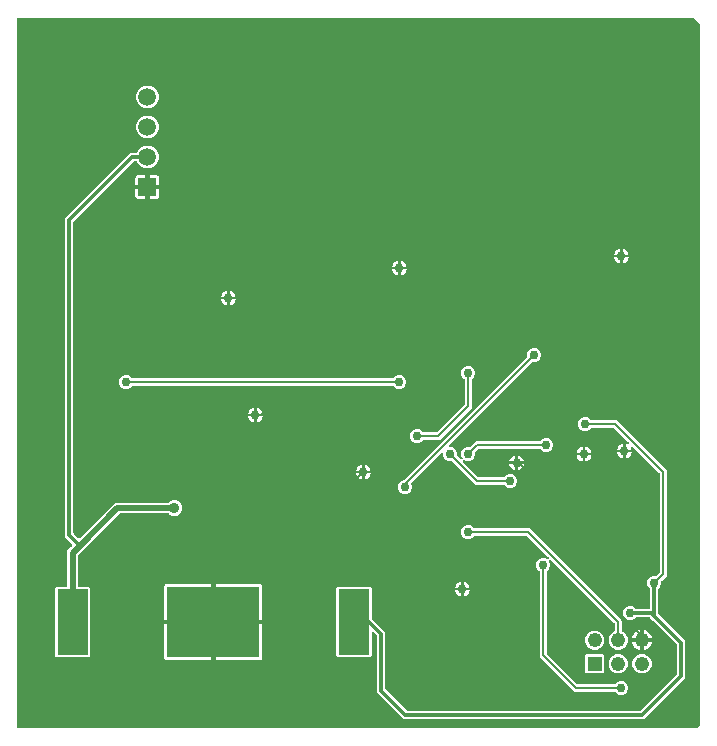
<source format=gbl>
G04 EAGLE Gerber RS-274X export*
G75*
%MOMM*%
%FSLAX34Y34*%
%LPD*%
%INBottom Copper*%
%IPPOS*%
%AMOC8*
5,1,8,0,0,1.08239X$1,22.5*%
G01*
%ADD10R,2.600000X5.560000*%
%ADD11R,7.800000X5.960000*%
%ADD12R,1.219200X1.219200*%
%ADD13C,1.219200*%
%ADD14R,1.508000X1.508000*%
%ADD15C,1.508000*%
%ADD16C,0.754800*%
%ADD17C,0.203200*%
%ADD18C,0.508000*%
%ADD19C,0.904800*%
%ADD20C,0.304800*%

G36*
X561427Y11697D02*
X561427Y11697D01*
X561514Y11700D01*
X561567Y11717D01*
X561622Y11725D01*
X561701Y11760D01*
X561785Y11787D01*
X561824Y11815D01*
X561881Y11841D01*
X561994Y11937D01*
X562058Y11982D01*
X564598Y14522D01*
X564650Y14592D01*
X564710Y14656D01*
X564736Y14705D01*
X564769Y14749D01*
X564800Y14831D01*
X564840Y14909D01*
X564848Y14957D01*
X564870Y15015D01*
X564882Y15163D01*
X564895Y15240D01*
X564895Y607060D01*
X564883Y607147D01*
X564880Y607234D01*
X564863Y607287D01*
X564855Y607342D01*
X564820Y607421D01*
X564793Y607505D01*
X564765Y607544D01*
X564739Y607601D01*
X564643Y607714D01*
X564598Y607778D01*
X559518Y612858D01*
X559448Y612910D01*
X559384Y612970D01*
X559335Y612996D01*
X559291Y613029D01*
X559209Y613060D01*
X559131Y613100D01*
X559084Y613108D01*
X559025Y613130D01*
X558877Y613142D01*
X558800Y613155D01*
X-12700Y613155D01*
X-12758Y613147D01*
X-12816Y613149D01*
X-12898Y613127D01*
X-12982Y613115D01*
X-13035Y613092D01*
X-13091Y613077D01*
X-13164Y613034D01*
X-13241Y612999D01*
X-13286Y612961D01*
X-13336Y612932D01*
X-13394Y612870D01*
X-13458Y612816D01*
X-13490Y612767D01*
X-13530Y612724D01*
X-13569Y612649D01*
X-13616Y612579D01*
X-13633Y612523D01*
X-13660Y612471D01*
X-13671Y612403D01*
X-13701Y612308D01*
X-13704Y612208D01*
X-13715Y612140D01*
X-13715Y12700D01*
X-13707Y12642D01*
X-13709Y12584D01*
X-13687Y12502D01*
X-13675Y12419D01*
X-13652Y12365D01*
X-13637Y12309D01*
X-13594Y12236D01*
X-13559Y12159D01*
X-13521Y12114D01*
X-13492Y12064D01*
X-13430Y12006D01*
X-13376Y11942D01*
X-13327Y11910D01*
X-13284Y11870D01*
X-13209Y11831D01*
X-13139Y11785D01*
X-13083Y11767D01*
X-13031Y11740D01*
X-12963Y11729D01*
X-12868Y11699D01*
X-12768Y11696D01*
X-12700Y11685D01*
X561340Y11685D01*
X561427Y11697D01*
G37*
%LPC*%
G36*
X313487Y19303D02*
X313487Y19303D01*
X291083Y41707D01*
X291083Y89546D01*
X291071Y89633D01*
X291068Y89720D01*
X291051Y89773D01*
X291043Y89828D01*
X291008Y89908D01*
X290981Y89991D01*
X290953Y90030D01*
X290927Y90087D01*
X290831Y90200D01*
X290786Y90264D01*
X288216Y92834D01*
X288192Y92852D01*
X288173Y92874D01*
X288079Y92937D01*
X287989Y93005D01*
X287961Y93015D01*
X287937Y93032D01*
X287829Y93066D01*
X287723Y93106D01*
X287694Y93109D01*
X287666Y93118D01*
X287552Y93120D01*
X287440Y93130D01*
X287411Y93124D01*
X287382Y93125D01*
X287272Y93096D01*
X287161Y93074D01*
X287135Y93060D01*
X287107Y93053D01*
X287009Y92995D01*
X286909Y92943D01*
X286887Y92923D01*
X286862Y92908D01*
X286785Y92825D01*
X286703Y92747D01*
X286688Y92722D01*
X286668Y92700D01*
X286616Y92600D01*
X286559Y92502D01*
X286552Y92473D01*
X286538Y92447D01*
X286525Y92370D01*
X286489Y92226D01*
X286491Y92164D01*
X286483Y92116D01*
X286483Y72958D01*
X285292Y71767D01*
X257608Y71767D01*
X256417Y72958D01*
X256417Y130242D01*
X257608Y131433D01*
X285292Y131433D01*
X286483Y130242D01*
X286483Y105048D01*
X286490Y104996D01*
X286489Y104971D01*
X286495Y104949D01*
X286498Y104874D01*
X286515Y104821D01*
X286523Y104766D01*
X286558Y104687D01*
X286585Y104603D01*
X286613Y104564D01*
X286639Y104507D01*
X286735Y104394D01*
X286780Y104330D01*
X288334Y102776D01*
X298197Y92913D01*
X298197Y45074D01*
X298209Y44987D01*
X298212Y44900D01*
X298229Y44847D01*
X298237Y44792D01*
X298272Y44712D01*
X298299Y44629D01*
X298327Y44590D01*
X298353Y44533D01*
X298449Y44420D01*
X298494Y44356D01*
X316136Y26714D01*
X316206Y26662D01*
X316270Y26602D01*
X316319Y26576D01*
X316363Y26543D01*
X316445Y26512D01*
X316523Y26472D01*
X316570Y26464D01*
X316629Y26442D01*
X316776Y26430D01*
X316854Y26417D01*
X513726Y26417D01*
X513813Y26429D01*
X513900Y26432D01*
X513953Y26449D01*
X514008Y26457D01*
X514088Y26492D01*
X514171Y26519D01*
X514210Y26547D01*
X514267Y26573D01*
X514380Y26669D01*
X514444Y26714D01*
X544786Y57056D01*
X544838Y57126D01*
X544898Y57190D01*
X544924Y57239D01*
X544957Y57283D01*
X544988Y57365D01*
X545028Y57443D01*
X545036Y57490D01*
X545058Y57549D01*
X545070Y57696D01*
X545083Y57774D01*
X545083Y81926D01*
X545071Y82013D01*
X545068Y82100D01*
X545051Y82153D01*
X545043Y82208D01*
X545008Y82288D01*
X544981Y82371D01*
X544953Y82410D01*
X544927Y82467D01*
X544831Y82580D01*
X544786Y82644D01*
X524604Y102826D01*
X522064Y105366D01*
X521994Y105418D01*
X521930Y105478D01*
X521881Y105504D01*
X521837Y105537D01*
X521755Y105568D01*
X521677Y105608D01*
X521630Y105616D01*
X521571Y105638D01*
X521424Y105650D01*
X521346Y105663D01*
X510536Y105663D01*
X510449Y105651D01*
X510362Y105648D01*
X510309Y105631D01*
X510254Y105623D01*
X510174Y105588D01*
X510091Y105561D01*
X510052Y105533D01*
X509995Y105507D01*
X509882Y105411D01*
X509818Y105366D01*
X508749Y104297D01*
X506615Y103413D01*
X504305Y103413D01*
X502171Y104297D01*
X500537Y105931D01*
X499653Y108065D01*
X499653Y110375D01*
X500537Y112509D01*
X502171Y114143D01*
X504305Y115027D01*
X506615Y115027D01*
X508749Y114143D01*
X509818Y113074D01*
X509888Y113022D01*
X509952Y112962D01*
X510001Y112936D01*
X510045Y112903D01*
X510127Y112872D01*
X510205Y112832D01*
X510252Y112824D01*
X510311Y112802D01*
X510458Y112790D01*
X510536Y112777D01*
X521208Y112777D01*
X521266Y112785D01*
X521324Y112783D01*
X521406Y112805D01*
X521490Y112817D01*
X521543Y112840D01*
X521599Y112855D01*
X521672Y112898D01*
X521749Y112933D01*
X521794Y112971D01*
X521844Y113000D01*
X521902Y113062D01*
X521966Y113116D01*
X521998Y113165D01*
X522038Y113208D01*
X522077Y113283D01*
X522124Y113353D01*
X522141Y113409D01*
X522168Y113461D01*
X522179Y113529D01*
X522209Y113624D01*
X522212Y113724D01*
X522223Y113792D01*
X522223Y129544D01*
X522211Y129631D01*
X522208Y129718D01*
X522191Y129771D01*
X522183Y129826D01*
X522148Y129906D01*
X522121Y129989D01*
X522093Y130028D01*
X522067Y130085D01*
X521971Y130198D01*
X521926Y130262D01*
X520857Y131331D01*
X519973Y133465D01*
X519973Y135775D01*
X520857Y137909D01*
X522491Y139543D01*
X524625Y140427D01*
X526855Y140427D01*
X526941Y140439D01*
X527029Y140442D01*
X527081Y140459D01*
X527136Y140467D01*
X527216Y140502D01*
X527299Y140529D01*
X527338Y140557D01*
X527396Y140583D01*
X527509Y140679D01*
X527573Y140724D01*
X530054Y143205D01*
X530106Y143275D01*
X530166Y143339D01*
X530192Y143389D01*
X530225Y143433D01*
X530256Y143514D01*
X530296Y143592D01*
X530304Y143640D01*
X530326Y143698D01*
X530338Y143846D01*
X530351Y143923D01*
X530351Y226917D01*
X530342Y226981D01*
X530343Y227034D01*
X530337Y227058D01*
X530336Y227091D01*
X530319Y227143D01*
X530311Y227198D01*
X530286Y227256D01*
X530272Y227309D01*
X530258Y227332D01*
X530249Y227361D01*
X530221Y227400D01*
X530195Y227458D01*
X530156Y227504D01*
X530126Y227554D01*
X530082Y227595D01*
X530054Y227635D01*
X507930Y249759D01*
X507861Y249811D01*
X507798Y249870D01*
X507748Y249896D01*
X507702Y249930D01*
X507622Y249960D01*
X507546Y250000D01*
X507490Y250011D01*
X507437Y250031D01*
X507351Y250038D01*
X507267Y250055D01*
X507210Y250050D01*
X507153Y250055D01*
X507069Y250038D01*
X506984Y250030D01*
X506930Y250010D01*
X506875Y249999D01*
X506798Y249959D01*
X506718Y249928D01*
X506673Y249894D01*
X506622Y249868D01*
X506560Y249809D01*
X506492Y249757D01*
X506458Y249711D01*
X506416Y249672D01*
X506373Y249598D01*
X506321Y249529D01*
X506301Y249476D01*
X506273Y249427D01*
X506251Y249343D01*
X506221Y249263D01*
X506216Y249206D01*
X506202Y249151D01*
X506205Y249065D01*
X506198Y248980D01*
X506209Y248931D01*
X506211Y248867D01*
X506256Y248729D01*
X506274Y248652D01*
X506452Y248222D01*
X506595Y247504D01*
X501504Y247504D01*
X501504Y252595D01*
X502222Y252452D01*
X502652Y252274D01*
X502736Y252252D01*
X502816Y252222D01*
X502873Y252217D01*
X502928Y252203D01*
X503014Y252205D01*
X503099Y252198D01*
X503155Y252209D01*
X503212Y252211D01*
X503294Y252237D01*
X503378Y252254D01*
X503429Y252280D01*
X503483Y252298D01*
X503554Y252345D01*
X503630Y252385D01*
X503672Y252424D01*
X503719Y252456D01*
X503774Y252522D01*
X503836Y252581D01*
X503865Y252630D01*
X503902Y252673D01*
X503937Y252752D01*
X503980Y252826D01*
X503994Y252881D01*
X504017Y252933D01*
X504029Y253018D01*
X504050Y253102D01*
X504048Y253158D01*
X504056Y253215D01*
X504044Y253300D01*
X504041Y253386D01*
X504024Y253440D01*
X504016Y253496D01*
X503980Y253575D01*
X503954Y253656D01*
X503925Y253696D01*
X503899Y253755D01*
X503804Y253866D01*
X503759Y253930D01*
X491795Y265894D01*
X491725Y265946D01*
X491661Y266006D01*
X491611Y266032D01*
X491567Y266065D01*
X491486Y266096D01*
X491408Y266136D01*
X491360Y266144D01*
X491302Y266166D01*
X491154Y266178D01*
X491077Y266191D01*
X472944Y266191D01*
X472857Y266179D01*
X472770Y266176D01*
X472717Y266159D01*
X472662Y266151D01*
X472582Y266116D01*
X472499Y266089D01*
X472460Y266061D01*
X472403Y266035D01*
X472290Y265939D01*
X472226Y265894D01*
X470649Y264317D01*
X468515Y263433D01*
X466205Y263433D01*
X464071Y264317D01*
X462437Y265951D01*
X461553Y268085D01*
X461553Y270395D01*
X462437Y272529D01*
X464071Y274163D01*
X466205Y275047D01*
X468515Y275047D01*
X470649Y274163D01*
X472226Y272586D01*
X472296Y272534D01*
X472360Y272474D01*
X472409Y272448D01*
X472453Y272415D01*
X472535Y272384D01*
X472613Y272344D01*
X472660Y272336D01*
X472719Y272314D01*
X472866Y272302D01*
X472944Y272289D01*
X494023Y272289D01*
X536449Y229863D01*
X536449Y140977D01*
X531884Y136413D01*
X531832Y136343D01*
X531772Y136279D01*
X531746Y136229D01*
X531713Y136185D01*
X531682Y136104D01*
X531642Y136026D01*
X531634Y135978D01*
X531612Y135920D01*
X531600Y135772D01*
X531587Y135695D01*
X531587Y133465D01*
X530703Y131331D01*
X529634Y130262D01*
X529582Y130192D01*
X529522Y130128D01*
X529496Y130079D01*
X529463Y130035D01*
X529432Y129953D01*
X529392Y129875D01*
X529384Y129828D01*
X529362Y129769D01*
X529350Y129622D01*
X529337Y129544D01*
X529337Y108574D01*
X529349Y108487D01*
X529352Y108400D01*
X529369Y108347D01*
X529377Y108292D01*
X529412Y108212D01*
X529439Y108129D01*
X529467Y108090D01*
X529493Y108033D01*
X529589Y107920D01*
X529634Y107856D01*
X549816Y87674D01*
X552197Y85293D01*
X552197Y54407D01*
X517093Y19303D01*
X313487Y19303D01*
G37*
%LPD*%
%LPC*%
G36*
X19508Y71767D02*
X19508Y71767D01*
X18317Y72958D01*
X18317Y130242D01*
X19508Y131433D01*
X27762Y131433D01*
X27820Y131441D01*
X27878Y131439D01*
X27960Y131461D01*
X28044Y131473D01*
X28097Y131496D01*
X28153Y131511D01*
X28226Y131554D01*
X28303Y131589D01*
X28348Y131627D01*
X28398Y131656D01*
X28456Y131718D01*
X28520Y131772D01*
X28552Y131821D01*
X28592Y131864D01*
X28631Y131939D01*
X28678Y132009D01*
X28695Y132065D01*
X28722Y132117D01*
X28733Y132185D01*
X28763Y132280D01*
X28766Y132380D01*
X28777Y132448D01*
X28777Y162244D01*
X31753Y165220D01*
X32904Y166371D01*
X32939Y166417D01*
X32981Y166458D01*
X33024Y166530D01*
X33075Y166598D01*
X33095Y166652D01*
X33125Y166703D01*
X33146Y166784D01*
X33176Y166863D01*
X33181Y166922D01*
X33195Y166978D01*
X33192Y167063D01*
X33199Y167147D01*
X33188Y167204D01*
X33186Y167262D01*
X33160Y167343D01*
X33144Y167425D01*
X33117Y167477D01*
X33099Y167533D01*
X33058Y167589D01*
X33013Y167678D01*
X32944Y167750D01*
X32904Y167806D01*
X26923Y173787D01*
X26923Y443433D01*
X82347Y498857D01*
X86953Y498857D01*
X86955Y498857D01*
X86957Y498857D01*
X87097Y498877D01*
X87235Y498897D01*
X87236Y498897D01*
X87238Y498897D01*
X87364Y498954D01*
X87494Y499013D01*
X87496Y499014D01*
X87497Y499015D01*
X87604Y499106D01*
X87711Y499196D01*
X87712Y499198D01*
X87713Y499199D01*
X87722Y499212D01*
X87869Y499433D01*
X87878Y499462D01*
X87891Y499483D01*
X88405Y500723D01*
X91097Y503415D01*
X94616Y504873D01*
X98424Y504873D01*
X101943Y503415D01*
X104635Y500723D01*
X106093Y497204D01*
X106093Y493396D01*
X104635Y489877D01*
X101943Y487185D01*
X98424Y485727D01*
X94616Y485727D01*
X91097Y487185D01*
X88405Y489877D01*
X87891Y491117D01*
X87891Y491118D01*
X87890Y491119D01*
X87819Y491240D01*
X87747Y491361D01*
X87746Y491362D01*
X87745Y491364D01*
X87641Y491461D01*
X87540Y491557D01*
X87539Y491557D01*
X87538Y491558D01*
X87412Y491623D01*
X87288Y491687D01*
X87286Y491687D01*
X87285Y491688D01*
X87270Y491690D01*
X87009Y491742D01*
X86978Y491739D01*
X86953Y491743D01*
X85714Y491743D01*
X85627Y491731D01*
X85540Y491728D01*
X85487Y491711D01*
X85432Y491703D01*
X85352Y491668D01*
X85269Y491641D01*
X85230Y491613D01*
X85173Y491587D01*
X85060Y491491D01*
X84996Y491446D01*
X34334Y440784D01*
X34282Y440714D01*
X34222Y440650D01*
X34196Y440601D01*
X34163Y440557D01*
X34132Y440475D01*
X34092Y440397D01*
X34084Y440350D01*
X34062Y440291D01*
X34050Y440144D01*
X34037Y440066D01*
X34037Y177154D01*
X34045Y177098D01*
X34043Y177054D01*
X34050Y177028D01*
X34052Y176980D01*
X34069Y176927D01*
X34077Y176872D01*
X34111Y176796D01*
X34115Y176779D01*
X34118Y176774D01*
X34139Y176709D01*
X34167Y176670D01*
X34193Y176613D01*
X34289Y176500D01*
X34334Y176436D01*
X37934Y172836D01*
X37980Y172801D01*
X38021Y172759D01*
X38094Y172716D01*
X38161Y172665D01*
X38216Y172645D01*
X38266Y172615D01*
X38348Y172594D01*
X38427Y172564D01*
X38485Y172559D01*
X38541Y172545D01*
X38626Y172548D01*
X38710Y172541D01*
X38767Y172552D01*
X38826Y172554D01*
X38906Y172580D01*
X38989Y172596D01*
X39040Y172623D01*
X39096Y172641D01*
X39152Y172682D01*
X39241Y172727D01*
X39313Y172796D01*
X39369Y172836D01*
X66250Y199717D01*
X69226Y202693D01*
X114260Y202693D01*
X114346Y202705D01*
X114434Y202708D01*
X114486Y202725D01*
X114541Y202733D01*
X114621Y202768D01*
X114704Y202795D01*
X114743Y202823D01*
X114800Y202849D01*
X114914Y202945D01*
X114977Y202990D01*
X115666Y203679D01*
X118076Y204677D01*
X120684Y204677D01*
X123094Y203679D01*
X124939Y201834D01*
X125937Y199424D01*
X125937Y196816D01*
X124939Y194406D01*
X123094Y192561D01*
X120684Y191563D01*
X118076Y191563D01*
X115666Y192561D01*
X114977Y193250D01*
X114908Y193302D01*
X114844Y193362D01*
X114794Y193388D01*
X114750Y193421D01*
X114669Y193452D01*
X114591Y193492D01*
X114543Y193500D01*
X114485Y193522D01*
X114337Y193534D01*
X114260Y193547D01*
X73435Y193547D01*
X73348Y193535D01*
X73261Y193532D01*
X73208Y193515D01*
X73153Y193507D01*
X73073Y193472D01*
X72990Y193445D01*
X72951Y193417D01*
X72894Y193391D01*
X72780Y193295D01*
X72717Y193250D01*
X40967Y161500D01*
X38220Y158753D01*
X38168Y158684D01*
X38108Y158620D01*
X38082Y158570D01*
X38049Y158526D01*
X38018Y158444D01*
X37978Y158366D01*
X37970Y158319D01*
X37948Y158260D01*
X37936Y158113D01*
X37923Y158035D01*
X37923Y132448D01*
X37930Y132398D01*
X37929Y132383D01*
X37931Y132379D01*
X37929Y132332D01*
X37951Y132250D01*
X37963Y132166D01*
X37986Y132113D01*
X38001Y132057D01*
X38044Y131984D01*
X38079Y131907D01*
X38117Y131862D01*
X38146Y131812D01*
X38208Y131754D01*
X38262Y131690D01*
X38311Y131658D01*
X38354Y131618D01*
X38429Y131579D01*
X38499Y131532D01*
X38555Y131515D01*
X38607Y131488D01*
X38675Y131477D01*
X38770Y131447D01*
X38870Y131444D01*
X38938Y131433D01*
X47192Y131433D01*
X48383Y130242D01*
X48383Y72958D01*
X47192Y71767D01*
X19508Y71767D01*
G37*
%LPD*%
%LPC*%
G36*
X496685Y39913D02*
X496685Y39913D01*
X494551Y40797D01*
X492974Y42374D01*
X492904Y42426D01*
X492840Y42486D01*
X492791Y42512D01*
X492747Y42545D01*
X492665Y42576D01*
X492587Y42616D01*
X492540Y42624D01*
X492481Y42646D01*
X492334Y42658D01*
X492256Y42671D01*
X458477Y42671D01*
X428751Y72397D01*
X428751Y144276D01*
X428739Y144363D01*
X428736Y144450D01*
X428719Y144503D01*
X428711Y144558D01*
X428676Y144638D01*
X428649Y144721D01*
X428621Y144760D01*
X428595Y144817D01*
X428499Y144930D01*
X428454Y144994D01*
X426877Y146571D01*
X425993Y148705D01*
X425993Y151015D01*
X426877Y153149D01*
X428511Y154783D01*
X430645Y155667D01*
X432955Y155667D01*
X435011Y154815D01*
X435094Y154794D01*
X435175Y154763D01*
X435231Y154758D01*
X435286Y154744D01*
X435372Y154747D01*
X435458Y154739D01*
X435514Y154751D01*
X435571Y154752D01*
X435652Y154778D01*
X435737Y154795D01*
X435787Y154822D01*
X435841Y154839D01*
X435913Y154887D01*
X435989Y154926D01*
X436030Y154965D01*
X436078Y154997D01*
X436133Y155063D01*
X436195Y155122D01*
X436224Y155171D01*
X436260Y155215D01*
X436295Y155293D01*
X436339Y155367D01*
X436353Y155423D01*
X436376Y155475D01*
X436388Y155560D01*
X436409Y155643D01*
X436407Y155700D01*
X436415Y155756D01*
X436403Y155841D01*
X436400Y155927D01*
X436382Y155981D01*
X436374Y156038D01*
X436339Y156116D01*
X436312Y156198D01*
X436284Y156238D01*
X436257Y156297D01*
X436163Y156407D01*
X436118Y156471D01*
X418135Y174454D01*
X418065Y174506D01*
X418001Y174566D01*
X417951Y174592D01*
X417907Y174625D01*
X417826Y174656D01*
X417748Y174696D01*
X417700Y174704D01*
X417642Y174726D01*
X417494Y174738D01*
X417417Y174751D01*
X373884Y174751D01*
X373797Y174739D01*
X373710Y174736D01*
X373657Y174719D01*
X373602Y174711D01*
X373522Y174676D01*
X373439Y174649D01*
X373400Y174621D01*
X373343Y174595D01*
X373230Y174499D01*
X373166Y174454D01*
X371589Y172877D01*
X369455Y171993D01*
X367145Y171993D01*
X365011Y172877D01*
X363377Y174511D01*
X362493Y176645D01*
X362493Y178955D01*
X363377Y181089D01*
X365011Y182723D01*
X367145Y183607D01*
X369455Y183607D01*
X371589Y182723D01*
X373166Y181146D01*
X373236Y181094D01*
X373300Y181034D01*
X373349Y181008D01*
X373393Y180975D01*
X373475Y180944D01*
X373553Y180904D01*
X373600Y180896D01*
X373659Y180874D01*
X373806Y180862D01*
X373884Y180849D01*
X420363Y180849D01*
X498349Y102863D01*
X498349Y94414D01*
X498349Y94412D01*
X498349Y94411D01*
X498369Y94271D01*
X498389Y94133D01*
X498389Y94131D01*
X498389Y94130D01*
X498446Y94004D01*
X498505Y93873D01*
X498506Y93872D01*
X498507Y93870D01*
X498598Y93763D01*
X498688Y93656D01*
X498690Y93655D01*
X498691Y93654D01*
X498704Y93646D01*
X498925Y93499D01*
X498954Y93489D01*
X498975Y93476D01*
X499905Y93091D01*
X502191Y90805D01*
X503429Y87817D01*
X503429Y84583D01*
X502191Y81595D01*
X499905Y79309D01*
X496917Y78071D01*
X493683Y78071D01*
X490695Y79309D01*
X488409Y81595D01*
X487171Y84583D01*
X487171Y87817D01*
X488409Y90805D01*
X490695Y93091D01*
X491625Y93476D01*
X491626Y93477D01*
X491627Y93477D01*
X491748Y93549D01*
X491869Y93621D01*
X491870Y93622D01*
X491872Y93623D01*
X491967Y93724D01*
X492065Y93827D01*
X492065Y93829D01*
X492066Y93830D01*
X492131Y93955D01*
X492195Y94080D01*
X492195Y94082D01*
X492196Y94083D01*
X492198Y94098D01*
X492250Y94359D01*
X492247Y94389D01*
X492251Y94414D01*
X492251Y99917D01*
X492239Y100003D01*
X492236Y100091D01*
X492219Y100143D01*
X492211Y100198D01*
X492176Y100278D01*
X492149Y100361D01*
X492121Y100400D01*
X492095Y100458D01*
X491999Y100571D01*
X491954Y100635D01*
X438411Y154178D01*
X438342Y154229D01*
X438280Y154288D01*
X438229Y154314D01*
X438184Y154348D01*
X438103Y154379D01*
X438027Y154418D01*
X437971Y154429D01*
X437918Y154450D01*
X437832Y154457D01*
X437748Y154473D01*
X437691Y154469D01*
X437635Y154473D01*
X437550Y154456D01*
X437465Y154449D01*
X437412Y154429D01*
X437356Y154417D01*
X437280Y154378D01*
X437200Y154347D01*
X437154Y154313D01*
X437104Y154286D01*
X437041Y154227D01*
X436973Y154175D01*
X436939Y154130D01*
X436898Y154091D01*
X436854Y154016D01*
X436803Y153948D01*
X436783Y153894D01*
X436754Y153845D01*
X436733Y153762D01*
X436702Y153682D01*
X436698Y153625D01*
X436684Y153570D01*
X436686Y153484D01*
X436680Y153398D01*
X436691Y153350D01*
X436693Y153286D01*
X436737Y153148D01*
X436755Y153071D01*
X437607Y151015D01*
X437607Y148705D01*
X436723Y146571D01*
X435146Y144994D01*
X435094Y144924D01*
X435034Y144860D01*
X435008Y144811D01*
X434975Y144767D01*
X434944Y144685D01*
X434904Y144607D01*
X434896Y144560D01*
X434874Y144501D01*
X434862Y144354D01*
X434849Y144276D01*
X434849Y75343D01*
X434861Y75257D01*
X434864Y75169D01*
X434881Y75117D01*
X434889Y75062D01*
X434924Y74982D01*
X434951Y74899D01*
X434979Y74860D01*
X435005Y74802D01*
X435101Y74689D01*
X435146Y74625D01*
X460705Y49066D01*
X460775Y49014D01*
X460839Y48954D01*
X460889Y48928D01*
X460933Y48895D01*
X461014Y48864D01*
X461092Y48824D01*
X461140Y48816D01*
X461198Y48794D01*
X461346Y48782D01*
X461423Y48769D01*
X492256Y48769D01*
X492343Y48781D01*
X492430Y48784D01*
X492483Y48801D01*
X492538Y48809D01*
X492618Y48844D01*
X492701Y48871D01*
X492740Y48899D01*
X492797Y48925D01*
X492910Y49021D01*
X492974Y49066D01*
X494551Y50643D01*
X496685Y51527D01*
X498995Y51527D01*
X501129Y50643D01*
X502763Y49009D01*
X503647Y46875D01*
X503647Y44565D01*
X502763Y42431D01*
X501129Y40797D01*
X498995Y39913D01*
X496685Y39913D01*
G37*
%LPD*%
%LPC*%
G36*
X313805Y210093D02*
X313805Y210093D01*
X311671Y210977D01*
X310037Y212611D01*
X309153Y214745D01*
X309153Y217055D01*
X310037Y219189D01*
X311671Y220823D01*
X313807Y221707D01*
X313833Y221723D01*
X313863Y221733D01*
X313926Y221778D01*
X314051Y221852D01*
X314096Y221899D01*
X314136Y221927D01*
X418076Y325867D01*
X418128Y325937D01*
X418188Y326001D01*
X418214Y326051D01*
X418247Y326095D01*
X418278Y326176D01*
X418318Y326254D01*
X418326Y326302D01*
X418348Y326360D01*
X418360Y326508D01*
X418373Y326585D01*
X418373Y328815D01*
X419257Y330949D01*
X420891Y332583D01*
X423025Y333467D01*
X425335Y333467D01*
X427469Y332583D01*
X429103Y330949D01*
X429987Y328815D01*
X429987Y326505D01*
X429103Y324371D01*
X427469Y322737D01*
X425335Y321853D01*
X423105Y321853D01*
X423019Y321841D01*
X422931Y321838D01*
X422879Y321821D01*
X422824Y321813D01*
X422744Y321778D01*
X422661Y321751D01*
X422622Y321723D01*
X422564Y321697D01*
X422451Y321601D01*
X422387Y321556D01*
X352211Y251380D01*
X352194Y251356D01*
X352171Y251337D01*
X352108Y251243D01*
X352041Y251153D01*
X352030Y251125D01*
X352014Y251101D01*
X351980Y250993D01*
X351939Y250887D01*
X351937Y250858D01*
X351928Y250830D01*
X351925Y250716D01*
X351916Y250604D01*
X351921Y250575D01*
X351921Y250546D01*
X351949Y250436D01*
X351972Y250325D01*
X351985Y250299D01*
X351993Y250271D01*
X352050Y250173D01*
X352103Y250073D01*
X352123Y250051D01*
X352138Y250026D01*
X352220Y249949D01*
X352298Y249867D01*
X352324Y249852D01*
X352345Y249832D01*
X352446Y249780D01*
X352544Y249723D01*
X352572Y249716D01*
X352598Y249702D01*
X352676Y249689D01*
X352819Y249653D01*
X352882Y249655D01*
X352929Y249647D01*
X354215Y249647D01*
X356349Y248763D01*
X357983Y247129D01*
X358867Y244995D01*
X358867Y242765D01*
X358879Y242679D01*
X358882Y242591D01*
X358899Y242539D01*
X358907Y242484D01*
X358942Y242404D01*
X358969Y242321D01*
X358997Y242282D01*
X359023Y242224D01*
X359119Y242111D01*
X359164Y242047D01*
X361689Y239522D01*
X361758Y239471D01*
X361820Y239412D01*
X361871Y239386D01*
X361916Y239352D01*
X361997Y239321D01*
X362073Y239282D01*
X362129Y239271D01*
X362182Y239250D01*
X362268Y239243D01*
X362352Y239227D01*
X362409Y239232D01*
X362465Y239227D01*
X362549Y239244D01*
X362635Y239251D01*
X362688Y239271D01*
X362744Y239283D01*
X362820Y239322D01*
X362900Y239353D01*
X362946Y239387D01*
X362996Y239414D01*
X363059Y239473D01*
X363127Y239525D01*
X363161Y239570D01*
X363202Y239609D01*
X363246Y239684D01*
X363297Y239752D01*
X363317Y239806D01*
X363346Y239855D01*
X363367Y239938D01*
X363398Y240018D01*
X363402Y240075D01*
X363416Y240130D01*
X363414Y240216D01*
X363420Y240302D01*
X363409Y240350D01*
X363407Y240414D01*
X363363Y240552D01*
X363345Y240629D01*
X362493Y242685D01*
X362493Y244995D01*
X363377Y247129D01*
X365011Y248763D01*
X367145Y249647D01*
X369375Y249647D01*
X369461Y249659D01*
X369549Y249662D01*
X369601Y249679D01*
X369656Y249687D01*
X369736Y249722D01*
X369819Y249749D01*
X369858Y249777D01*
X369916Y249803D01*
X370029Y249899D01*
X370093Y249944D01*
X374657Y254509D01*
X428756Y254509D01*
X428843Y254521D01*
X428930Y254524D01*
X428983Y254541D01*
X429038Y254549D01*
X429118Y254584D01*
X429201Y254611D01*
X429240Y254639D01*
X429297Y254665D01*
X429410Y254761D01*
X429474Y254806D01*
X431051Y256383D01*
X433185Y257267D01*
X435495Y257267D01*
X437629Y256383D01*
X439263Y254749D01*
X440147Y252615D01*
X440147Y250305D01*
X439263Y248171D01*
X437629Y246537D01*
X435495Y245653D01*
X433185Y245653D01*
X431051Y246537D01*
X429474Y248114D01*
X429404Y248166D01*
X429340Y248226D01*
X429291Y248252D01*
X429247Y248285D01*
X429165Y248316D01*
X429087Y248356D01*
X429040Y248364D01*
X428981Y248386D01*
X428834Y248398D01*
X428756Y248411D01*
X377603Y248411D01*
X377517Y248399D01*
X377429Y248396D01*
X377377Y248379D01*
X377322Y248371D01*
X377242Y248336D01*
X377159Y248309D01*
X377120Y248281D01*
X377062Y248255D01*
X376949Y248159D01*
X376885Y248114D01*
X374404Y245633D01*
X374352Y245563D01*
X374292Y245499D01*
X374266Y245449D01*
X374233Y245405D01*
X374202Y245324D01*
X374162Y245246D01*
X374154Y245198D01*
X374132Y245140D01*
X374120Y244992D01*
X374107Y244915D01*
X374107Y242685D01*
X373223Y240551D01*
X371589Y238917D01*
X369455Y238033D01*
X367145Y238033D01*
X365089Y238885D01*
X365006Y238906D01*
X364925Y238937D01*
X364869Y238942D01*
X364814Y238956D01*
X364728Y238953D01*
X364642Y238961D01*
X364586Y238949D01*
X364529Y238948D01*
X364448Y238922D01*
X364363Y238905D01*
X364313Y238878D01*
X364259Y238861D01*
X364187Y238813D01*
X364111Y238774D01*
X364070Y238734D01*
X364023Y238703D01*
X363967Y238637D01*
X363905Y238578D01*
X363876Y238529D01*
X363840Y238485D01*
X363805Y238407D01*
X363761Y238333D01*
X363747Y238277D01*
X363724Y238225D01*
X363712Y238140D01*
X363691Y238057D01*
X363693Y238000D01*
X363685Y237944D01*
X363697Y237859D01*
X363700Y237773D01*
X363718Y237719D01*
X363726Y237662D01*
X363761Y237584D01*
X363788Y237502D01*
X363816Y237462D01*
X363843Y237403D01*
X363937Y237293D01*
X363982Y237229D01*
X376885Y224326D01*
X376955Y224274D01*
X377019Y224214D01*
X377069Y224188D01*
X377113Y224155D01*
X377194Y224124D01*
X377272Y224084D01*
X377320Y224076D01*
X377378Y224054D01*
X377526Y224042D01*
X377603Y224029D01*
X398276Y224029D01*
X398363Y224041D01*
X398450Y224044D01*
X398503Y224061D01*
X398558Y224069D01*
X398638Y224104D01*
X398721Y224131D01*
X398760Y224159D01*
X398817Y224185D01*
X398930Y224281D01*
X398994Y224326D01*
X400571Y225903D01*
X402705Y226787D01*
X405015Y226787D01*
X407149Y225903D01*
X408783Y224269D01*
X409667Y222135D01*
X409667Y219825D01*
X408783Y217691D01*
X407149Y216057D01*
X405015Y215173D01*
X402705Y215173D01*
X400571Y216057D01*
X398994Y217634D01*
X398924Y217686D01*
X398860Y217746D01*
X398811Y217772D01*
X398767Y217805D01*
X398685Y217836D01*
X398607Y217876D01*
X398560Y217884D01*
X398501Y217906D01*
X398354Y217918D01*
X398276Y217931D01*
X374657Y217931D01*
X354853Y237736D01*
X354783Y237788D01*
X354719Y237848D01*
X354669Y237874D01*
X354625Y237907D01*
X354544Y237938D01*
X354466Y237978D01*
X354418Y237986D01*
X354360Y238008D01*
X354212Y238020D01*
X354135Y238033D01*
X351905Y238033D01*
X349771Y238917D01*
X348137Y240551D01*
X347253Y242685D01*
X347253Y243971D01*
X347249Y244000D01*
X347252Y244029D01*
X347229Y244140D01*
X347213Y244252D01*
X347201Y244279D01*
X347196Y244308D01*
X347144Y244408D01*
X347097Y244512D01*
X347078Y244534D01*
X347065Y244560D01*
X346987Y244642D01*
X346914Y244729D01*
X346889Y244745D01*
X346869Y244766D01*
X346771Y244823D01*
X346677Y244886D01*
X346649Y244895D01*
X346624Y244910D01*
X346514Y244938D01*
X346406Y244972D01*
X346376Y244973D01*
X346348Y244980D01*
X346235Y244976D01*
X346122Y244979D01*
X346093Y244972D01*
X346064Y244971D01*
X345956Y244936D01*
X345847Y244907D01*
X345821Y244892D01*
X345793Y244883D01*
X345730Y244838D01*
X345602Y244762D01*
X345559Y244717D01*
X345520Y244689D01*
X320403Y219571D01*
X320402Y219570D01*
X320401Y219569D01*
X320312Y219451D01*
X320232Y219344D01*
X320231Y219343D01*
X320230Y219341D01*
X320180Y219208D01*
X320131Y219078D01*
X320131Y219077D01*
X320130Y219075D01*
X320119Y218936D01*
X320107Y218795D01*
X320107Y218794D01*
X320107Y218792D01*
X320111Y218777D01*
X320163Y218516D01*
X320177Y218489D01*
X320183Y218465D01*
X320767Y217055D01*
X320767Y214745D01*
X319883Y212611D01*
X318249Y210977D01*
X316115Y210093D01*
X313805Y210093D01*
G37*
%LPD*%
%LPC*%
G36*
X77585Y298993D02*
X77585Y298993D01*
X75451Y299877D01*
X73817Y301511D01*
X72933Y303645D01*
X72933Y305955D01*
X73817Y308089D01*
X75451Y309723D01*
X77585Y310607D01*
X79895Y310607D01*
X82029Y309723D01*
X83606Y308146D01*
X83676Y308094D01*
X83740Y308034D01*
X83789Y308008D01*
X83833Y307975D01*
X83915Y307944D01*
X83993Y307904D01*
X84040Y307896D01*
X84099Y307874D01*
X84246Y307862D01*
X84324Y307849D01*
X304296Y307849D01*
X304383Y307861D01*
X304470Y307864D01*
X304523Y307881D01*
X304578Y307889D01*
X304658Y307924D01*
X304741Y307951D01*
X304780Y307979D01*
X304837Y308005D01*
X304950Y308101D01*
X305014Y308146D01*
X306591Y309723D01*
X308725Y310607D01*
X311035Y310607D01*
X313169Y309723D01*
X314803Y308089D01*
X315687Y305955D01*
X315687Y303645D01*
X314803Y301511D01*
X313169Y299877D01*
X311035Y298993D01*
X308725Y298993D01*
X306591Y299877D01*
X305014Y301454D01*
X304944Y301506D01*
X304880Y301566D01*
X304831Y301592D01*
X304787Y301625D01*
X304705Y301656D01*
X304627Y301696D01*
X304580Y301704D01*
X304521Y301726D01*
X304374Y301738D01*
X304296Y301751D01*
X84324Y301751D01*
X84237Y301739D01*
X84150Y301736D01*
X84097Y301719D01*
X84042Y301711D01*
X83962Y301676D01*
X83879Y301649D01*
X83840Y301621D01*
X83783Y301595D01*
X83670Y301499D01*
X83606Y301454D01*
X82029Y299877D01*
X79895Y298993D01*
X77585Y298993D01*
G37*
%LPD*%
%LPC*%
G36*
X154431Y103631D02*
X154431Y103631D01*
X154431Y133941D01*
X191734Y133941D01*
X192381Y133768D01*
X192960Y133433D01*
X193433Y132960D01*
X193768Y132381D01*
X193941Y131734D01*
X193941Y103631D01*
X154431Y103631D01*
G37*
%LPD*%
%LPC*%
G36*
X110859Y103631D02*
X110859Y103631D01*
X110859Y131734D01*
X111032Y132381D01*
X111367Y132960D01*
X111840Y133433D01*
X112419Y133768D01*
X113066Y133941D01*
X150369Y133941D01*
X150369Y103631D01*
X110859Y103631D01*
G37*
%LPD*%
%LPC*%
G36*
X113066Y69259D02*
X113066Y69259D01*
X112419Y69432D01*
X111840Y69767D01*
X111367Y70240D01*
X111032Y70819D01*
X110859Y71466D01*
X110859Y99569D01*
X150369Y99569D01*
X150369Y69259D01*
X113066Y69259D01*
G37*
%LPD*%
%LPC*%
G36*
X154431Y69259D02*
X154431Y69259D01*
X154431Y99569D01*
X193941Y99569D01*
X193941Y71466D01*
X193768Y70819D01*
X193433Y70240D01*
X192960Y69767D01*
X192381Y69432D01*
X191734Y69259D01*
X154431Y69259D01*
G37*
%LPD*%
%LPC*%
G36*
X323965Y253273D02*
X323965Y253273D01*
X321831Y254157D01*
X320197Y255791D01*
X319313Y257925D01*
X319313Y260235D01*
X320197Y262369D01*
X321831Y264003D01*
X323965Y264887D01*
X326275Y264887D01*
X328409Y264003D01*
X329986Y262426D01*
X330056Y262374D01*
X330120Y262314D01*
X330169Y262288D01*
X330213Y262255D01*
X330295Y262224D01*
X330373Y262184D01*
X330420Y262176D01*
X330479Y262154D01*
X330626Y262142D01*
X330704Y262129D01*
X341217Y262129D01*
X341303Y262141D01*
X341391Y262144D01*
X341443Y262161D01*
X341498Y262169D01*
X341578Y262204D01*
X341661Y262231D01*
X341700Y262259D01*
X341758Y262285D01*
X341871Y262381D01*
X341935Y262426D01*
X364954Y285445D01*
X365006Y285515D01*
X365066Y285579D01*
X365092Y285629D01*
X365125Y285673D01*
X365156Y285754D01*
X365196Y285832D01*
X365204Y285880D01*
X365226Y285938D01*
X365238Y286086D01*
X365251Y286163D01*
X365251Y306836D01*
X365239Y306923D01*
X365236Y307010D01*
X365219Y307063D01*
X365211Y307118D01*
X365176Y307198D01*
X365149Y307281D01*
X365121Y307320D01*
X365095Y307377D01*
X364999Y307490D01*
X364954Y307554D01*
X363377Y309131D01*
X362493Y311265D01*
X362493Y313575D01*
X363377Y315709D01*
X365011Y317343D01*
X367145Y318227D01*
X369455Y318227D01*
X371589Y317343D01*
X373223Y315709D01*
X374107Y313575D01*
X374107Y311265D01*
X373223Y309131D01*
X371646Y307554D01*
X371594Y307484D01*
X371534Y307420D01*
X371508Y307371D01*
X371475Y307327D01*
X371444Y307245D01*
X371404Y307167D01*
X371396Y307120D01*
X371374Y307061D01*
X371362Y306914D01*
X371349Y306836D01*
X371349Y283217D01*
X344163Y256031D01*
X330704Y256031D01*
X330617Y256019D01*
X330530Y256016D01*
X330477Y255999D01*
X330422Y255991D01*
X330342Y255956D01*
X330259Y255929D01*
X330220Y255901D01*
X330163Y255875D01*
X330050Y255779D01*
X329986Y255734D01*
X328409Y254157D01*
X326275Y253273D01*
X323965Y253273D01*
G37*
%LPD*%
%LPC*%
G36*
X94616Y536527D02*
X94616Y536527D01*
X91097Y537985D01*
X88405Y540677D01*
X86947Y544196D01*
X86947Y548004D01*
X88405Y551523D01*
X91097Y554215D01*
X94616Y555673D01*
X98424Y555673D01*
X101943Y554215D01*
X104635Y551523D01*
X106093Y548004D01*
X106093Y544196D01*
X104635Y540677D01*
X101943Y537985D01*
X98424Y536527D01*
X94616Y536527D01*
G37*
%LPD*%
%LPC*%
G36*
X94616Y511127D02*
X94616Y511127D01*
X91097Y512585D01*
X88405Y515277D01*
X86947Y518796D01*
X86947Y522604D01*
X88405Y526123D01*
X91097Y528815D01*
X94616Y530273D01*
X98424Y530273D01*
X101943Y528815D01*
X104635Y526123D01*
X106093Y522604D01*
X106093Y518796D01*
X104635Y515277D01*
X101943Y512585D01*
X98424Y511127D01*
X94616Y511127D01*
G37*
%LPD*%
%LPC*%
G36*
X468362Y58071D02*
X468362Y58071D01*
X467171Y59262D01*
X467171Y73138D01*
X468362Y74329D01*
X482238Y74329D01*
X483429Y73138D01*
X483429Y59262D01*
X482238Y58071D01*
X468362Y58071D01*
G37*
%LPD*%
%LPC*%
G36*
X493683Y58071D02*
X493683Y58071D01*
X490695Y59309D01*
X488409Y61595D01*
X487171Y64583D01*
X487171Y67817D01*
X488409Y70805D01*
X490695Y73091D01*
X493683Y74329D01*
X496917Y74329D01*
X499905Y73091D01*
X502191Y70805D01*
X503429Y67817D01*
X503429Y64583D01*
X502191Y61595D01*
X499905Y59309D01*
X496917Y58071D01*
X493683Y58071D01*
G37*
%LPD*%
%LPC*%
G36*
X513683Y58071D02*
X513683Y58071D01*
X510695Y59309D01*
X508409Y61595D01*
X507171Y64583D01*
X507171Y67817D01*
X508409Y70805D01*
X510695Y73091D01*
X513683Y74329D01*
X516917Y74329D01*
X519905Y73091D01*
X522191Y70805D01*
X523429Y67817D01*
X523429Y64583D01*
X522191Y61595D01*
X519905Y59309D01*
X516917Y58071D01*
X513683Y58071D01*
G37*
%LPD*%
%LPC*%
G36*
X473683Y78071D02*
X473683Y78071D01*
X470695Y79309D01*
X468409Y81595D01*
X467171Y84583D01*
X467171Y87817D01*
X468409Y90805D01*
X470695Y93091D01*
X473683Y94329D01*
X476917Y94329D01*
X479905Y93091D01*
X482191Y90805D01*
X483429Y87817D01*
X483429Y84583D01*
X482191Y81595D01*
X479905Y79309D01*
X476917Y78071D01*
X473683Y78071D01*
G37*
%LPD*%
%LPC*%
G36*
X98551Y471931D02*
X98551Y471931D01*
X98551Y479981D01*
X104394Y479981D01*
X105041Y479808D01*
X105620Y479473D01*
X106093Y479000D01*
X106428Y478421D01*
X106601Y477774D01*
X106601Y471931D01*
X98551Y471931D01*
G37*
%LPD*%
%LPC*%
G36*
X86439Y471931D02*
X86439Y471931D01*
X86439Y477774D01*
X86612Y478421D01*
X86947Y479000D01*
X87420Y479473D01*
X87999Y479808D01*
X88646Y479981D01*
X94489Y479981D01*
X94489Y471931D01*
X86439Y471931D01*
G37*
%LPD*%
%LPC*%
G36*
X98551Y459819D02*
X98551Y459819D01*
X98551Y467869D01*
X106601Y467869D01*
X106601Y462026D01*
X106428Y461379D01*
X106093Y460800D01*
X105620Y460327D01*
X105041Y459992D01*
X104394Y459819D01*
X98551Y459819D01*
G37*
%LPD*%
%LPC*%
G36*
X88646Y459819D02*
X88646Y459819D01*
X87999Y459992D01*
X87420Y460327D01*
X86947Y460800D01*
X86612Y461379D01*
X86439Y462026D01*
X86439Y467869D01*
X94489Y467869D01*
X94489Y459819D01*
X88646Y459819D01*
G37*
%LPD*%
%LPC*%
G36*
X517077Y87977D02*
X517077Y87977D01*
X517077Y94652D01*
X517819Y94505D01*
X519391Y93854D01*
X520806Y92909D01*
X522009Y91706D01*
X522954Y90291D01*
X523605Y88719D01*
X523752Y87977D01*
X517077Y87977D01*
G37*
%LPD*%
%LPC*%
G36*
X506848Y87977D02*
X506848Y87977D01*
X506995Y88719D01*
X507646Y90291D01*
X508591Y91706D01*
X509794Y92909D01*
X511209Y93854D01*
X512781Y94505D01*
X513523Y94652D01*
X513523Y87977D01*
X506848Y87977D01*
G37*
%LPD*%
%LPC*%
G36*
X517077Y84423D02*
X517077Y84423D01*
X523752Y84423D01*
X523605Y83681D01*
X522954Y82109D01*
X522009Y80694D01*
X520806Y79491D01*
X519391Y78546D01*
X517819Y77895D01*
X517077Y77748D01*
X517077Y84423D01*
G37*
%LPD*%
%LPC*%
G36*
X512781Y77895D02*
X512781Y77895D01*
X511209Y78546D01*
X509794Y79491D01*
X508591Y80694D01*
X507646Y82109D01*
X506995Y83681D01*
X506848Y84423D01*
X513523Y84423D01*
X513523Y77748D01*
X512781Y77895D01*
G37*
%LPD*%
%LPC*%
G36*
X166224Y377044D02*
X166224Y377044D01*
X166224Y382135D01*
X166942Y381992D01*
X168091Y381516D01*
X169126Y380825D01*
X170005Y379946D01*
X170696Y378911D01*
X171172Y377762D01*
X171315Y377044D01*
X166224Y377044D01*
G37*
%LPD*%
%LPC*%
G36*
X498964Y412604D02*
X498964Y412604D01*
X498964Y417695D01*
X499682Y417552D01*
X500831Y417076D01*
X501866Y416385D01*
X502745Y415506D01*
X503436Y414471D01*
X503912Y413322D01*
X504055Y412604D01*
X498964Y412604D01*
G37*
%LPD*%
%LPC*%
G36*
X467330Y244964D02*
X467330Y244964D01*
X467330Y250055D01*
X468048Y249912D01*
X469197Y249436D01*
X470232Y248745D01*
X471111Y247866D01*
X471802Y246831D01*
X472278Y245682D01*
X472421Y244964D01*
X467330Y244964D01*
G37*
%LPD*%
%LPC*%
G36*
X189084Y277984D02*
X189084Y277984D01*
X189084Y283075D01*
X189802Y282932D01*
X190951Y282456D01*
X191986Y281765D01*
X192865Y280886D01*
X193556Y279851D01*
X194032Y278702D01*
X194175Y277984D01*
X189084Y277984D01*
G37*
%LPD*%
%LPC*%
G36*
X364344Y130664D02*
X364344Y130664D01*
X364344Y135755D01*
X365062Y135612D01*
X366211Y135136D01*
X367246Y134445D01*
X368125Y133566D01*
X368816Y132531D01*
X369292Y131382D01*
X369435Y130664D01*
X364344Y130664D01*
G37*
%LPD*%
%LPC*%
G36*
X311004Y402444D02*
X311004Y402444D01*
X311004Y407535D01*
X311722Y407392D01*
X312871Y406916D01*
X313906Y406225D01*
X314785Y405346D01*
X315476Y404311D01*
X315952Y403162D01*
X316095Y402444D01*
X311004Y402444D01*
G37*
%LPD*%
%LPC*%
G36*
X280524Y229724D02*
X280524Y229724D01*
X280524Y234815D01*
X281242Y234672D01*
X282391Y234196D01*
X283426Y233505D01*
X284305Y232626D01*
X284996Y231591D01*
X285472Y230442D01*
X285615Y229724D01*
X280524Y229724D01*
G37*
%LPD*%
%LPC*%
G36*
X410320Y237600D02*
X410320Y237600D01*
X410320Y242691D01*
X411038Y242548D01*
X412187Y242072D01*
X413222Y241381D01*
X414101Y240502D01*
X414792Y239467D01*
X415268Y238318D01*
X415411Y237600D01*
X410320Y237600D01*
G37*
%LPD*%
%LPC*%
G36*
X491625Y412604D02*
X491625Y412604D01*
X491768Y413322D01*
X492244Y414471D01*
X492935Y415506D01*
X493814Y416385D01*
X494849Y417076D01*
X495998Y417552D01*
X496716Y417695D01*
X496716Y412604D01*
X491625Y412604D01*
G37*
%LPD*%
%LPC*%
G36*
X498964Y410356D02*
X498964Y410356D01*
X504055Y410356D01*
X503912Y409638D01*
X503436Y408489D01*
X502745Y407454D01*
X501866Y406575D01*
X500831Y405884D01*
X499682Y405408D01*
X498964Y405265D01*
X498964Y410356D01*
G37*
%LPD*%
%LPC*%
G36*
X303665Y402444D02*
X303665Y402444D01*
X303808Y403162D01*
X304284Y404311D01*
X304975Y405346D01*
X305854Y406225D01*
X306889Y406916D01*
X308038Y407392D01*
X308756Y407535D01*
X308756Y402444D01*
X303665Y402444D01*
G37*
%LPD*%
%LPC*%
G36*
X311004Y400196D02*
X311004Y400196D01*
X316095Y400196D01*
X315952Y399478D01*
X315476Y398329D01*
X314785Y397294D01*
X313906Y396415D01*
X312871Y395724D01*
X311722Y395248D01*
X311004Y395105D01*
X311004Y400196D01*
G37*
%LPD*%
%LPC*%
G36*
X158885Y377044D02*
X158885Y377044D01*
X159028Y377762D01*
X159504Y378911D01*
X160195Y379946D01*
X161074Y380825D01*
X162109Y381516D01*
X163258Y381992D01*
X163976Y382135D01*
X163976Y377044D01*
X158885Y377044D01*
G37*
%LPD*%
%LPC*%
G36*
X501504Y245256D02*
X501504Y245256D01*
X506595Y245256D01*
X506452Y244538D01*
X505976Y243389D01*
X505285Y242354D01*
X504406Y241475D01*
X503371Y240784D01*
X502222Y240308D01*
X501504Y240165D01*
X501504Y245256D01*
G37*
%LPD*%
%LPC*%
G36*
X459991Y244964D02*
X459991Y244964D01*
X460134Y245682D01*
X460610Y246831D01*
X461301Y247866D01*
X462180Y248745D01*
X463215Y249436D01*
X464364Y249912D01*
X465082Y250055D01*
X465082Y244964D01*
X459991Y244964D01*
G37*
%LPD*%
%LPC*%
G36*
X357005Y130664D02*
X357005Y130664D01*
X357148Y131382D01*
X357624Y132531D01*
X358315Y133566D01*
X359194Y134445D01*
X360229Y135136D01*
X361378Y135612D01*
X362096Y135755D01*
X362096Y130664D01*
X357005Y130664D01*
G37*
%LPD*%
%LPC*%
G36*
X402981Y237600D02*
X402981Y237600D01*
X403124Y238318D01*
X403600Y239467D01*
X404291Y240502D01*
X405171Y241381D01*
X406205Y242072D01*
X407354Y242548D01*
X408072Y242691D01*
X408072Y237600D01*
X402981Y237600D01*
G37*
%LPD*%
%LPC*%
G36*
X494165Y247504D02*
X494165Y247504D01*
X494308Y248222D01*
X494784Y249371D01*
X495475Y250406D01*
X496354Y251285D01*
X497389Y251976D01*
X498538Y252452D01*
X499256Y252595D01*
X499256Y247504D01*
X494165Y247504D01*
G37*
%LPD*%
%LPC*%
G36*
X364344Y128416D02*
X364344Y128416D01*
X369435Y128416D01*
X369292Y127698D01*
X368816Y126549D01*
X368125Y125514D01*
X367246Y124635D01*
X366211Y123944D01*
X365062Y123468D01*
X364344Y123325D01*
X364344Y128416D01*
G37*
%LPD*%
%LPC*%
G36*
X273185Y229724D02*
X273185Y229724D01*
X273328Y230442D01*
X273804Y231591D01*
X274495Y232626D01*
X275374Y233505D01*
X276409Y234196D01*
X277558Y234672D01*
X278276Y234815D01*
X278276Y229724D01*
X273185Y229724D01*
G37*
%LPD*%
%LPC*%
G36*
X189084Y275736D02*
X189084Y275736D01*
X194175Y275736D01*
X194032Y275018D01*
X193556Y273869D01*
X192865Y272834D01*
X191986Y271955D01*
X190951Y271264D01*
X189802Y270788D01*
X189084Y270645D01*
X189084Y275736D01*
G37*
%LPD*%
%LPC*%
G36*
X280524Y227476D02*
X280524Y227476D01*
X285615Y227476D01*
X285472Y226758D01*
X284996Y225609D01*
X284305Y224574D01*
X283426Y223695D01*
X282391Y223004D01*
X281242Y222528D01*
X280524Y222385D01*
X280524Y227476D01*
G37*
%LPD*%
%LPC*%
G36*
X181745Y277984D02*
X181745Y277984D01*
X181888Y278702D01*
X182364Y279851D01*
X183055Y280886D01*
X183934Y281765D01*
X184969Y282456D01*
X186118Y282932D01*
X186836Y283075D01*
X186836Y277984D01*
X181745Y277984D01*
G37*
%LPD*%
%LPC*%
G36*
X410320Y235352D02*
X410320Y235352D01*
X415411Y235352D01*
X415268Y234634D01*
X414792Y233485D01*
X414101Y232451D01*
X413222Y231571D01*
X412187Y230880D01*
X411038Y230404D01*
X410320Y230261D01*
X410320Y235352D01*
G37*
%LPD*%
%LPC*%
G36*
X467330Y242716D02*
X467330Y242716D01*
X472421Y242716D01*
X472278Y241998D01*
X471802Y240849D01*
X471111Y239814D01*
X470232Y238935D01*
X469197Y238244D01*
X468048Y237768D01*
X467330Y237625D01*
X467330Y242716D01*
G37*
%LPD*%
%LPC*%
G36*
X166224Y374796D02*
X166224Y374796D01*
X171315Y374796D01*
X171172Y374078D01*
X170696Y372929D01*
X170005Y371894D01*
X169126Y371015D01*
X168091Y370324D01*
X166942Y369848D01*
X166224Y369705D01*
X166224Y374796D01*
G37*
%LPD*%
%LPC*%
G36*
X308038Y395248D02*
X308038Y395248D01*
X306889Y395724D01*
X305854Y396415D01*
X304975Y397294D01*
X304284Y398329D01*
X303808Y399478D01*
X303665Y400196D01*
X308756Y400196D01*
X308756Y395105D01*
X308038Y395248D01*
G37*
%LPD*%
%LPC*%
G36*
X498538Y240308D02*
X498538Y240308D01*
X497389Y240784D01*
X496354Y241475D01*
X495475Y242354D01*
X494784Y243389D01*
X494308Y244538D01*
X494165Y245256D01*
X499256Y245256D01*
X499256Y240165D01*
X498538Y240308D01*
G37*
%LPD*%
%LPC*%
G36*
X464364Y237768D02*
X464364Y237768D01*
X463215Y238244D01*
X462180Y238935D01*
X461301Y239814D01*
X460610Y240849D01*
X460134Y241998D01*
X459991Y242716D01*
X465082Y242716D01*
X465082Y237625D01*
X464364Y237768D01*
G37*
%LPD*%
%LPC*%
G36*
X277558Y222528D02*
X277558Y222528D01*
X276409Y223004D01*
X275374Y223695D01*
X274495Y224574D01*
X273804Y225609D01*
X273328Y226758D01*
X273185Y227476D01*
X278276Y227476D01*
X278276Y222385D01*
X277558Y222528D01*
G37*
%LPD*%
%LPC*%
G36*
X186118Y270788D02*
X186118Y270788D01*
X184969Y271264D01*
X183934Y271955D01*
X183055Y272834D01*
X182364Y273869D01*
X181888Y275018D01*
X181745Y275736D01*
X186836Y275736D01*
X186836Y270645D01*
X186118Y270788D01*
G37*
%LPD*%
%LPC*%
G36*
X361378Y123468D02*
X361378Y123468D01*
X360229Y123944D01*
X359194Y124635D01*
X358315Y125514D01*
X357624Y126549D01*
X357148Y127698D01*
X357005Y128416D01*
X362096Y128416D01*
X362096Y123325D01*
X361378Y123468D01*
G37*
%LPD*%
%LPC*%
G36*
X407354Y230404D02*
X407354Y230404D01*
X406205Y230880D01*
X405171Y231571D01*
X404291Y232451D01*
X403600Y233485D01*
X403124Y234634D01*
X402981Y235352D01*
X408072Y235352D01*
X408072Y230261D01*
X407354Y230404D01*
G37*
%LPD*%
%LPC*%
G36*
X495998Y405408D02*
X495998Y405408D01*
X494849Y405884D01*
X493814Y406575D01*
X492935Y407454D01*
X492244Y408489D01*
X491768Y409638D01*
X491625Y410356D01*
X496716Y410356D01*
X496716Y405265D01*
X495998Y405408D01*
G37*
%LPD*%
%LPC*%
G36*
X163258Y369848D02*
X163258Y369848D01*
X162109Y370324D01*
X161074Y371015D01*
X160195Y371894D01*
X159504Y372929D01*
X159028Y374078D01*
X158885Y374796D01*
X163976Y374796D01*
X163976Y369705D01*
X163258Y369848D01*
G37*
%LPD*%
%LPC*%
G36*
X96519Y469899D02*
X96519Y469899D01*
X96519Y469901D01*
X96521Y469901D01*
X96521Y469899D01*
X96519Y469899D01*
G37*
%LPD*%
%LPC*%
G36*
X152399Y101599D02*
X152399Y101599D01*
X152399Y101601D01*
X152401Y101601D01*
X152401Y101599D01*
X152399Y101599D01*
G37*
%LPD*%
D10*
X271450Y101600D03*
X33350Y101600D03*
D11*
X152400Y101600D03*
D12*
X475300Y66200D03*
D13*
X475300Y86200D03*
X495300Y66200D03*
X495300Y86200D03*
X515300Y66200D03*
X515300Y86200D03*
D14*
X96520Y469900D03*
D15*
X96520Y495300D03*
X96520Y520700D03*
X96520Y546100D03*
D16*
X165100Y375920D03*
D17*
X165100Y360680D01*
D16*
X187960Y276860D03*
D17*
X193040Y276860D01*
X198120Y281940D01*
D16*
X279400Y228600D03*
D17*
X271780Y220980D01*
X152400Y152400D02*
X152400Y101600D01*
X152400Y152400D02*
X165100Y165100D01*
X498638Y110962D02*
X498638Y106394D01*
X498638Y110962D02*
X492760Y116840D01*
X515300Y89732D02*
X515300Y86200D01*
X515300Y89732D02*
X498638Y106394D01*
D16*
X500380Y246380D03*
X466206Y243840D03*
D17*
X464820Y243840D01*
D16*
X409196Y236476D03*
X309880Y401320D03*
X497840Y411480D03*
X363220Y129540D03*
D17*
X409196Y236476D02*
X411224Y236476D01*
X416560Y231140D01*
D18*
X33350Y160350D02*
X33350Y101600D01*
X71120Y198120D02*
X119380Y198120D01*
D19*
X119380Y198120D03*
D18*
X39370Y166370D02*
X33350Y160350D01*
X39370Y166370D02*
X71120Y198120D01*
D20*
X83820Y495300D02*
X96520Y495300D01*
X83820Y495300D02*
X30480Y441960D01*
X30480Y175260D01*
X39370Y166370D01*
D16*
X505460Y109220D03*
D20*
X523240Y109220D01*
X525780Y106680D01*
X548640Y83820D01*
X548640Y55880D01*
X515620Y22860D01*
X314960Y22860D01*
X294640Y43180D01*
X294640Y91440D01*
X284480Y101600D01*
X271450Y101600D01*
D16*
X525780Y134620D03*
D20*
X525780Y106680D01*
D16*
X467360Y269240D03*
D17*
X492760Y269240D01*
X533400Y228600D01*
X533400Y142240D01*
X525780Y134620D01*
D16*
X434340Y251460D03*
D17*
X375920Y251460D01*
X368300Y243840D01*
D16*
X368300Y243840D03*
X497840Y45720D03*
D17*
X459740Y45720D01*
D16*
X431800Y149860D03*
D17*
X431800Y73660D02*
X459740Y45720D01*
X431800Y73660D02*
X431800Y149860D01*
D16*
X403860Y220980D03*
D17*
X375920Y220980D01*
X353060Y243840D01*
D16*
X353060Y243840D03*
X368300Y177800D03*
D17*
X495300Y101600D02*
X495300Y86200D01*
X419100Y177800D02*
X368300Y177800D01*
X419100Y177800D02*
X495300Y101600D01*
D16*
X78740Y304800D03*
D17*
X309880Y304800D01*
D16*
X309880Y304800D03*
X368300Y312420D03*
D17*
X368300Y284480D01*
X342900Y259080D01*
X325120Y259080D01*
D16*
X325120Y259080D03*
X424180Y327660D03*
D17*
X314960Y218440D01*
X314960Y215900D01*
D16*
X314960Y215900D03*
M02*

</source>
